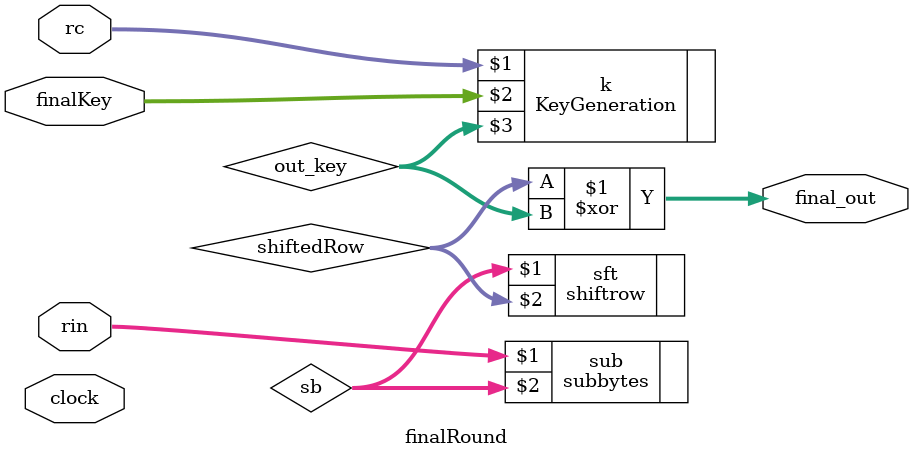
<source format=v>
`timescale 1ns / 1ps

module finalRound(clock, rc, rin, finalKey, final_out);

    input clock;
    input [3:0] rc;
    input [127:0] rin, finalKey; 

    output [127:0] final_out;

    wire [127:0] sb, shiftedRow, MixClm, out_key;

    KeyGeneration k(rc, finalKey, out_key);

    subbytes sub(rin, sb);

    shiftrow sft(sb, shiftedRow); 

    assign final_out= shiftedRow ^ out_key;

endmodule

</source>
